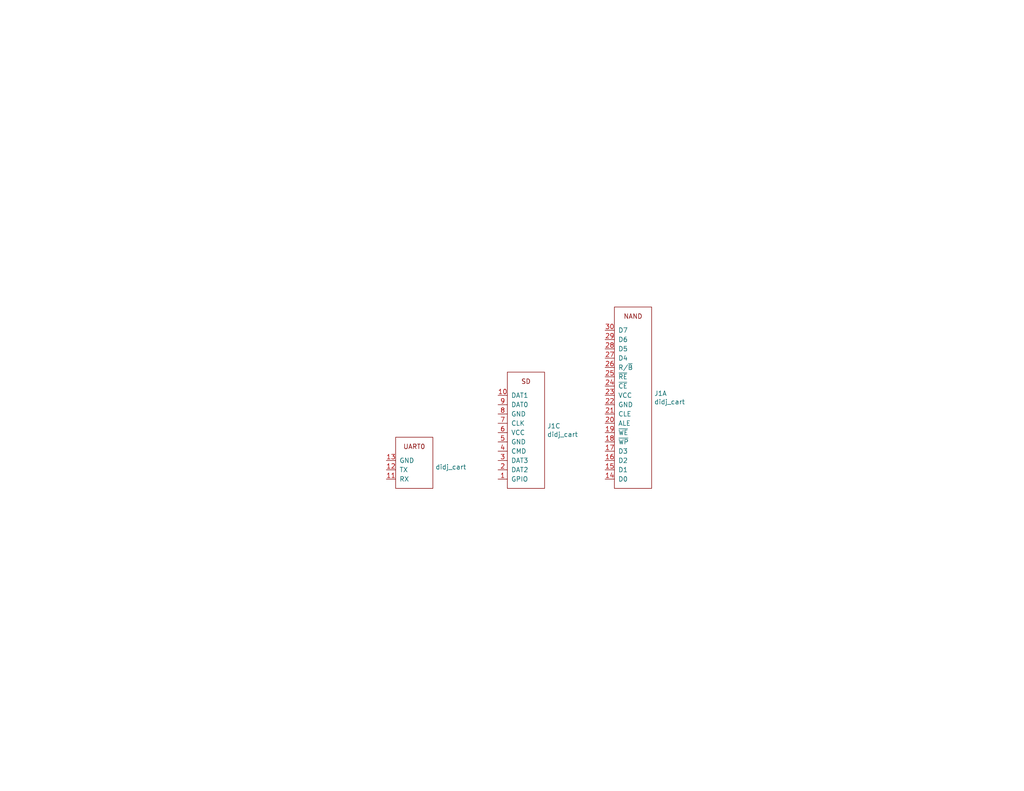
<source format=kicad_sch>
(kicad_sch (version 20230121) (generator eeschema)
  (paper "USLetter")
  (title_block (title "Didj-Blank-Cartridge") (date "2023-08-18") (rev "v1.0"))
  (lib_symbols
    (symbol "Project:didj_cart" (pin_names (offset 1.016))
      (property "Reference" "J" (at -2.54 25.4 0))
      (property "Value" "didj_cart" (at 0 27.94 0))
      (symbol "didj_cart_1_0"
        (rectangle (start -5.08 24.13) (end 5.08 -25.4))
        (text "NAND" (at 0 21.59 0) (effects (font (size 1.27 1.27))))
      )
      (symbol "didj_cart_1_1"
        (pin bidirectional line (at -7.62 -22.86 0) (length 2.54) (name "D0") (number "14"))
        (pin bidirectional line (at -7.62 -20.32 0) (length 2.54) (name "D1") (number "15"))
        (pin bidirectional line (at -7.62 -17.78 0) (length 2.54) (name "D2") (number "16"))
        (pin bidirectional line (at -7.62 -15.24 0) (length 2.54) (name "D3") (number "17"))
        (pin output line (at -7.62 -12.7 0) (length 2.54) (name "~{WP}") (number "18"))
        (pin output line (at -7.62 -10.16 0) (length 2.54) (name "~{WE}") (number "19"))
        (pin output line (at -7.62 -7.62 0) (length 2.54) (name "ALE") (number "20"))
        (pin output line (at -7.62 -5.08 0) (length 2.54) (name "CLE") (number "21"))
        (pin power_out line (at -7.62 -2.54 0) (length 2.54) (name "GND") (number "22"))
        (pin power_out line (at -7.62 0 0) (length 2.54) (name "VCC") (number "23"))
        (pin output line (at -7.62 2.54 0) (length 2.54) (name "~{CE}") (number "24"))
        (pin output line (at -7.62 5.08 0) (length 2.54) (name "~{RE}") (number "25"))
        (pin input line (at -7.62 7.62 0) (length 2.54) (name "R/~{B}") (number "26"))
        (pin bidirectional line (at -7.62 10.16 0) (length 2.54) (name "D4") (number "27"))
        (pin bidirectional line (at -7.62 12.7 0) (length 2.54) (name "D5") (number "28"))
        (pin bidirectional line (at -7.62 15.24 0) (length 2.54) (name "D6") (number "29"))
        (pin bidirectional line (at -7.62 17.78 0) (length 2.54) (name "D7") (number "30"))
      )
      (symbol "didj_cart_2_0"
        (text "UART0" (at 0 21.59 0) (effects (font (size 1.27 1.27))))
      )
      (symbol "didj_cart_2_1"
        (rectangle (start -5.08 24.13) (end 5.08 10.16))
        (pin input line (at -7.62 12.7 0) (length 2.54) (name "RX") (number "11"))
        (pin output line (at -7.62 15.24 0) (length 2.54) (name "TX") (number "12"))
        (pin power_out line (at -7.62 17.78 0) (length 2.54) (name "GND") (number "13"))
      )
      (symbol "didj_cart_3_0"
        (rectangle (start -5.08 24.13) (end 5.08 -7.62))
        (text "SD" (at 0 21.59 0) (effects (font (size 1.27 1.27))))
      )
      (symbol "didj_cart_3_1"
        (pin input line (at -7.62 -5.08 0) (length 2.54) (name "GPIO") (number "1"))
        (pin bidirectional line (at -7.62 17.78 0) (length 2.54) (name "DAT1") (number "10"))
        (pin bidirectional line (at -7.62 -2.54 0) (length 2.54) (name "DAT2") (number "2"))
        (pin bidirectional line (at -7.62 0 0) (length 2.54) (name "DAT3") (number "3"))
        (pin output line (at -7.62 2.54 0) (length 2.54) (name "CMD") (number "4"))
        (pin power_out line (at -7.62 5.08 0) (length 2.54) (name "GND") (number "5"))
        (pin power_out line (at -7.62 7.62 0) (length 2.54) (name "VCC") (number "6"))
        (pin output line (at -7.62 10.16 0) (length 2.54) (name "CLK") (number "7"))
        (pin power_out line (at -7.62 12.7 0) (length 2.54) (name "GND") (number "8"))
        (pin bidirectional line (at -7.62 15.24 0) (length 2.54) (name "DAT0") (number "9"))
      )
    )
  )
  (symbol (lib_id "Project:didj_cart") (at 143.51 125.73 0) (unit 3)
    (property "Reference" "J1" (at 149.2758 116.3066 0) (effects (justify left)))
    (property "Value" "didj_cart" (at 149.2758 118.618 0) (effects (justify left)))
    (property "Footprint" "project:didj_cart" (effects hide))
  )
  (symbol (lib_id "Project:didj_cart") (at 172.72 107.95 0) (unit 1)
    (property "Reference" "J1" (at 178.4858 107.4166 0) (effects (justify left)))
    (property "Value" "didj_cart" (at 178.4858 109.728 0) (effects (justify left)))
    (property "Footprint" "project:didj_cart" (effects hide))
  )
  (symbol (lib_id "Project:didj_cart") (at 113.03 143.51 0) (unit 2)
    (property "Reference" "J1" (effects hide))
    (property "Value" "didj_cart" (at 118.7958 127.508 0) (effects (justify left)))
    (property "Footprint" "project:didj_cart" (effects hide))
  )
)
</source>
